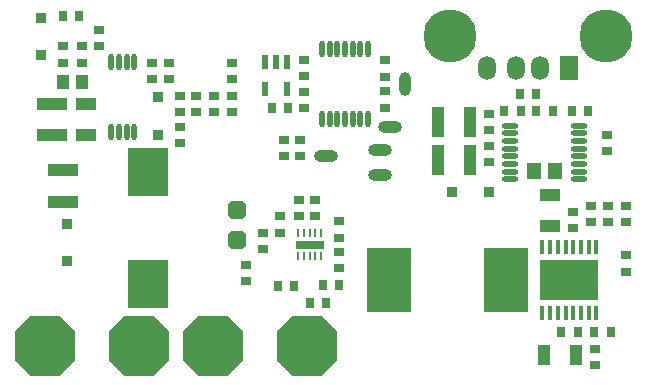
<source format=gbr>
G04 Layer_Color=255*
%FSLAX45Y45*%
%MOMM*%
%TF.FileFunction,Pads,Top*%
%TF.Part,Single*%
G01*
G75*
%TA.AperFunction,SMDPad,CuDef*%
%ADD10R,5.00000X3.40000*%
%ADD11R,0.30000X1.20000*%
%ADD12R,3.85000X5.50000*%
%ADD13O,0.45000X1.40000*%
%ADD14O,1.40000X0.45000*%
%ADD15R,0.60000X1.20000*%
%ADD16R,0.25000X0.75000*%
%ADD17R,2.40000X0.79000*%
%ADD18O,2.00000X1.00000*%
%ADD19R,0.90000X0.80000*%
%TA.AperFunction,ConnectorPad*%
%ADD20R,0.90000X0.80000*%
%TA.AperFunction,SMDPad,CuDef*%
%ADD21R,0.80000X0.90000*%
%ADD22R,1.20000X1.40000*%
%ADD23R,1.00000X1.30000*%
%ADD24R,0.90000X0.95000*%
%ADD25R,0.95000X0.90000*%
%ADD26R,1.10000X2.60000*%
%ADD27R,1.70000X1.10000*%
%ADD28R,1.10000X1.70000*%
%ADD29R,2.60000X1.10000*%
%ADD30R,3.50000X4.10000*%
%ADD31O,1.00000X2.00000*%
%TA.AperFunction,ComponentPad*%
G04:AMPARAMS|DCode=43|XSize=5mm|YSize=5mm|CornerRadius=0mm|HoleSize=0mm|Usage=FLASHONLY|Rotation=180.000|XOffset=0mm|YOffset=0mm|HoleType=Round|Shape=Octagon|*
%AMOCTAGOND43*
4,1,8,-2.50000,1.25000,-2.50000,-1.25000,-1.25000,-2.50000,1.25000,-2.50000,2.50000,-1.25000,2.50000,1.25000,1.25000,2.50000,-1.25000,2.50000,-2.50000,1.25000,0.0*
%
%ADD43OCTAGOND43*%

G04:AMPARAMS|DCode=44|XSize=1.6mm|YSize=1.6mm|CornerRadius=0mm|HoleSize=0mm|Usage=FLASHONLY|Rotation=270.000|XOffset=0mm|YOffset=0mm|HoleType=Round|Shape=Octagon|*
%AMOCTAGOND44*
4,1,8,-0.40000,-0.80000,0.40000,-0.80000,0.80000,-0.40000,0.80000,0.40000,0.40000,0.80000,-0.40000,0.80000,-0.80000,0.40000,-0.80000,-0.40000,-0.40000,-0.80000,0.0*
%
%ADD44OCTAGOND44*%

%ADD45O,1.50000X2.00000*%
%ADD46R,1.50000X2.00000*%
%ADD47C,4.50000*%
D10*
X15710001Y5120000D02*
D03*
D11*
X15482500Y5400000D02*
D03*
X15547501D02*
D03*
X15612500D02*
D03*
X15677499D02*
D03*
X15742500D02*
D03*
X15807500D02*
D03*
X15872501D02*
D03*
X15937500D02*
D03*
Y4840000D02*
D03*
X15872501D02*
D03*
X15807500D02*
D03*
X15742500D02*
D03*
X15677499D02*
D03*
X15612500D02*
D03*
X15547501D02*
D03*
X15482500D02*
D03*
D12*
X14182500Y5120000D02*
D03*
X15177499D02*
D03*
D13*
X13614999Y6484999D02*
D03*
X13680000D02*
D03*
X13745000D02*
D03*
X13810001D02*
D03*
X13875000D02*
D03*
X13939999D02*
D03*
X14005000D02*
D03*
X13614999Y7074999D02*
D03*
X13680000D02*
D03*
X13745000D02*
D03*
X13810001D02*
D03*
X13875000D02*
D03*
X13939999D02*
D03*
X14005000D02*
D03*
X12027500Y6965000D02*
D03*
X11962500D02*
D03*
X11897500D02*
D03*
X11832500D02*
D03*
X12027500Y6375000D02*
D03*
X11962500D02*
D03*
X11897500D02*
D03*
X11832500D02*
D03*
D14*
X15795000Y5972500D02*
D03*
Y6037500D02*
D03*
Y6102500D02*
D03*
Y6167500D02*
D03*
Y6232500D02*
D03*
Y6297500D02*
D03*
Y6362500D02*
D03*
Y6427500D02*
D03*
X15205000Y5972500D02*
D03*
Y6037500D02*
D03*
Y6102500D02*
D03*
Y6167500D02*
D03*
Y6232500D02*
D03*
Y6297500D02*
D03*
Y6362500D02*
D03*
Y6427500D02*
D03*
D15*
X13320000Y6969999D02*
D03*
X13225000D02*
D03*
X13130000D02*
D03*
Y6739999D02*
D03*
X13320000D02*
D03*
D16*
X13609999Y5517000D02*
D03*
X13560001D02*
D03*
X13509999D02*
D03*
X13459999D02*
D03*
X13409999D02*
D03*
X13609999Y5323000D02*
D03*
X13560001D02*
D03*
X13509999D02*
D03*
X13459999D02*
D03*
X13409999D02*
D03*
D17*
X13509999Y5420000D02*
D03*
D18*
X13650000Y6170000D02*
D03*
X14110001Y6010000D02*
D03*
Y6220000D02*
D03*
X14189999Y6420000D02*
D03*
D19*
X14150000Y6839999D02*
D03*
Y6979999D02*
D03*
X16039999Y5749999D02*
D03*
Y5609999D02*
D03*
X15930000Y4540000D02*
D03*
Y4400000D02*
D03*
X15889999Y5610000D02*
D03*
Y5750000D02*
D03*
X16030000Y6350000D02*
D03*
Y6210000D02*
D03*
X15030000Y6120000D02*
D03*
Y6260000D02*
D03*
X12850000Y6820000D02*
D03*
Y6960000D02*
D03*
X12320000Y6820000D02*
D03*
Y6960000D02*
D03*
X13560001Y5800000D02*
D03*
Y5660000D02*
D03*
X13120000Y5380000D02*
D03*
Y5520000D02*
D03*
X12410001Y6680000D02*
D03*
Y6540000D02*
D03*
X12850000D02*
D03*
Y6680000D02*
D03*
X13260001Y5660000D02*
D03*
Y5520000D02*
D03*
X11420001Y7100000D02*
D03*
Y6960000D02*
D03*
X12410000Y6280000D02*
D03*
Y6420000D02*
D03*
X12700000Y6540000D02*
D03*
Y6680000D02*
D03*
X11580000Y7100000D02*
D03*
Y6960000D02*
D03*
X12970000Y5250000D02*
D03*
Y5110000D02*
D03*
X14150000Y6719999D02*
D03*
Y6579999D02*
D03*
X13430000Y6170000D02*
D03*
Y6310000D02*
D03*
X13289999Y6170000D02*
D03*
Y6310000D02*
D03*
X15030000Y6530000D02*
D03*
Y6390000D02*
D03*
X15739999Y5560000D02*
D03*
Y5700000D02*
D03*
X13464999Y6845000D02*
D03*
Y6984999D02*
D03*
X13464999Y6714999D02*
D03*
Y6574999D02*
D03*
X12180000Y6820000D02*
D03*
Y6960000D02*
D03*
X13420000Y5800000D02*
D03*
Y5660000D02*
D03*
X12550001Y6680000D02*
D03*
Y6540000D02*
D03*
X11730000Y7240000D02*
D03*
Y7100000D02*
D03*
X13759999Y5220000D02*
D03*
Y5360000D02*
D03*
X13760001Y5619999D02*
D03*
Y5479999D02*
D03*
D20*
X16189999Y5190000D02*
D03*
Y5330000D02*
D03*
Y5610000D02*
D03*
Y5750000D02*
D03*
D21*
X16060001Y4679999D02*
D03*
X15920000D02*
D03*
X15300000Y6549999D02*
D03*
X15160001D02*
D03*
X15430000Y6700000D02*
D03*
X15289999D02*
D03*
X13760001Y5080000D02*
D03*
X13620000D02*
D03*
X11560000Y7360000D02*
D03*
X11420000D02*
D03*
X13239999Y5070000D02*
D03*
X13380000D02*
D03*
X13510001Y4930000D02*
D03*
X13650000D02*
D03*
X15570000Y6549999D02*
D03*
X15430000D02*
D03*
X15730000Y6550000D02*
D03*
X15870000D02*
D03*
X13330000Y6579999D02*
D03*
X13189999D02*
D03*
X15780000Y4679999D02*
D03*
X15639999D02*
D03*
D22*
X15589999Y6039999D02*
D03*
X15410001D02*
D03*
D23*
X11420000Y6800000D02*
D03*
X11580000D02*
D03*
D24*
X15027499Y5870000D02*
D03*
X14712500D02*
D03*
D25*
X11240000Y7022500D02*
D03*
Y7337500D02*
D03*
X11460000Y5597500D02*
D03*
Y5282500D02*
D03*
X12230000Y6667500D02*
D03*
Y6352500D02*
D03*
D26*
X14595000Y6460000D02*
D03*
X14864999D02*
D03*
X14595000Y6140000D02*
D03*
X14864999D02*
D03*
D27*
X15550000Y5844999D02*
D03*
Y5575000D02*
D03*
X11620000Y6345000D02*
D03*
Y6615000D02*
D03*
D28*
X15495000Y4490000D02*
D03*
X15764999D02*
D03*
D29*
X11420000Y6055000D02*
D03*
Y5785000D02*
D03*
X11330000Y6345000D02*
D03*
Y6615000D02*
D03*
D30*
X12140000Y5085000D02*
D03*
Y6035000D02*
D03*
D31*
X14320000Y6780000D02*
D03*
D43*
X12690000Y4560000D02*
D03*
X13489999D02*
D03*
X11270000D02*
D03*
X12070000D02*
D03*
D44*
X12900000Y5717000D02*
D03*
Y5463000D02*
D03*
D45*
X15010001Y6920000D02*
D03*
X15460001D02*
D03*
X15260001D02*
D03*
D46*
X15710001D02*
D03*
D47*
X16017000Y7191000D02*
D03*
X14703000D02*
D03*
%TF.MD5,fe0652212295761c4de757647df0b2d9*%
M02*

</source>
